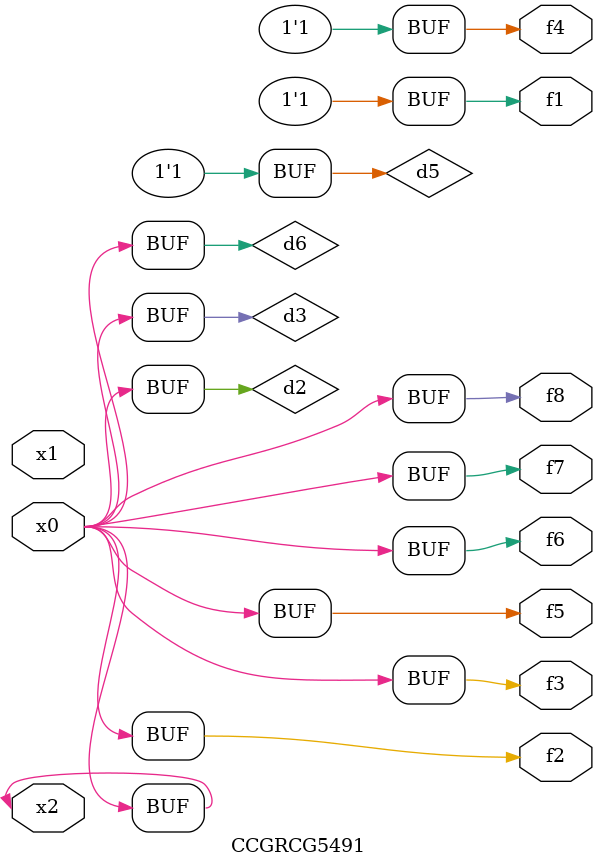
<source format=v>
module CCGRCG5491(
	input x0, x1, x2,
	output f1, f2, f3, f4, f5, f6, f7, f8
);

	wire d1, d2, d3, d4, d5, d6;

	xnor (d1, x2);
	buf (d2, x0, x2);
	and (d3, x0);
	xnor (d4, x1, x2);
	nand (d5, d1, d3);
	buf (d6, d2, d3);
	assign f1 = d5;
	assign f2 = d6;
	assign f3 = d6;
	assign f4 = d5;
	assign f5 = d6;
	assign f6 = d6;
	assign f7 = d6;
	assign f8 = d6;
endmodule

</source>
